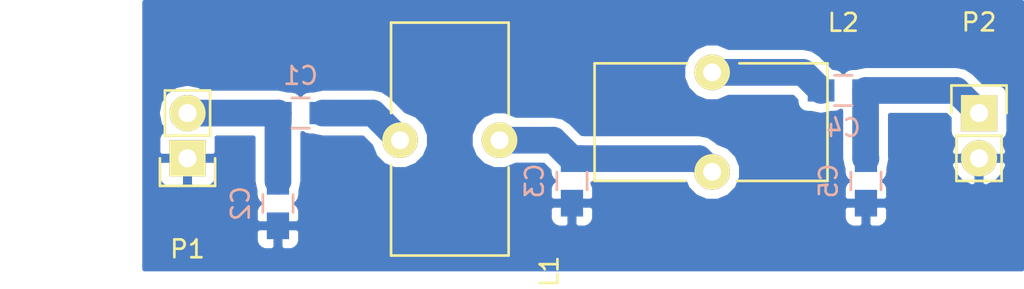
<source format=kicad_pcb>
(kicad_pcb (version 4) (host pcbnew 4.0.2+e4-6225~38~ubuntu15.10.1-stable)

  (general
    (links 12)
    (no_connects 0)
    (area 109.970239 93.98 167.640001 110.375952)
    (thickness 1.6)
    (drawings 0)
    (tracks 15)
    (zones 0)
    (modules 9)
    (nets 7)
  )

  (page A4)
  (layers
    (0 F.Cu signal)
    (31 B.Cu signal)
    (32 B.Adhes user)
    (33 F.Adhes user)
    (34 B.Paste user)
    (35 F.Paste user)
    (36 B.SilkS user)
    (37 F.SilkS user)
    (38 B.Mask user)
    (39 F.Mask user)
    (40 Dwgs.User user)
    (41 Cmts.User user)
    (42 Eco1.User user)
    (43 Eco2.User user)
    (44 Edge.Cuts user)
    (45 Margin user)
    (46 B.CrtYd user)
    (47 F.CrtYd user)
    (48 B.Fab user)
    (49 F.Fab user)
  )

  (setup
    (last_trace_width 1.5)
    (user_trace_width 0.5)
    (user_trace_width 1)
    (user_trace_width 1.5)
    (trace_clearance 0.2)
    (zone_clearance 0.508)
    (zone_45_only no)
    (trace_min 0.2)
    (segment_width 0.2)
    (edge_width 0.15)
    (via_size 0.6)
    (via_drill 0.4)
    (via_min_size 0.4)
    (via_min_drill 0.3)
    (uvia_size 0.3)
    (uvia_drill 0.1)
    (uvias_allowed no)
    (uvia_min_size 0.2)
    (uvia_min_drill 0.1)
    (pcb_text_width 0.3)
    (pcb_text_size 1.5 1.5)
    (mod_edge_width 0.15)
    (mod_text_size 1 1)
    (mod_text_width 0.15)
    (pad_size 1.524 1.524)
    (pad_drill 0.762)
    (pad_to_mask_clearance 0.2)
    (aux_axis_origin 0 0)
    (visible_elements FFFFFF7F)
    (pcbplotparams
      (layerselection 0x00030_80000001)
      (usegerberextensions false)
      (excludeedgelayer true)
      (linewidth 0.100000)
      (plotframeref false)
      (viasonmask false)
      (mode 1)
      (useauxorigin false)
      (hpglpennumber 1)
      (hpglpenspeed 20)
      (hpglpendiameter 15)
      (hpglpenoverlay 2)
      (psnegative false)
      (psa4output false)
      (plotreference true)
      (plotvalue true)
      (plotinvisibletext false)
      (padsonsilk false)
      (subtractmaskfromsilk false)
      (outputformat 1)
      (mirror false)
      (drillshape 1)
      (scaleselection 1)
      (outputdirectory ""))
  )

  (net 0 "")
  (net 1 "Net-(C1-Pad1)")
  (net 2 "Net-(C1-Pad2)")
  (net 3 GND)
  (net 4 "Net-(C3-Pad1)")
  (net 5 "Net-(C4-Pad1)")
  (net 6 "Net-(C4-Pad2)")

  (net_class Default "This is the default net class."
    (clearance 0.2)
    (trace_width 0.25)
    (via_dia 0.6)
    (via_drill 0.4)
    (uvia_dia 0.3)
    (uvia_drill 0.1)
    (add_net GND)
    (add_net "Net-(C1-Pad1)")
    (add_net "Net-(C1-Pad2)")
    (add_net "Net-(C3-Pad1)")
    (add_net "Net-(C4-Pad1)")
    (add_net "Net-(C4-Pad2)")
  )

  (module Capacitors_SMD:C_0805_HandSoldering (layer B.Cu) (tedit 541A9B8D) (tstamp 57A7E8BF)
    (at 127 100.33 180)
    (descr "Capacitor SMD 0805, hand soldering")
    (tags "capacitor 0805")
    (path /57A7DE46)
    (attr smd)
    (fp_text reference C1 (at 0 2.1 180) (layer B.SilkS)
      (effects (font (size 1 1) (thickness 0.15)) (justify mirror))
    )
    (fp_text value 220P (at 0 -2.1 180) (layer B.Fab)
      (effects (font (size 1 1) (thickness 0.15)) (justify mirror))
    )
    (fp_line (start -2.3 1) (end 2.3 1) (layer B.CrtYd) (width 0.05))
    (fp_line (start -2.3 -1) (end 2.3 -1) (layer B.CrtYd) (width 0.05))
    (fp_line (start -2.3 1) (end -2.3 -1) (layer B.CrtYd) (width 0.05))
    (fp_line (start 2.3 1) (end 2.3 -1) (layer B.CrtYd) (width 0.05))
    (fp_line (start 0.5 0.85) (end -0.5 0.85) (layer B.SilkS) (width 0.15))
    (fp_line (start -0.5 -0.85) (end 0.5 -0.85) (layer B.SilkS) (width 0.15))
    (pad 1 smd rect (at -1.25 0 180) (size 1.5 1.25) (layers B.Cu B.Paste B.Mask)
      (net 1 "Net-(C1-Pad1)"))
    (pad 2 smd rect (at 1.25 0 180) (size 1.5 1.25) (layers B.Cu B.Paste B.Mask)
      (net 2 "Net-(C1-Pad2)"))
    (model Capacitors_SMD.3dshapes/C_0805_HandSoldering.wrl
      (at (xyz 0 0 0))
      (scale (xyz 1 1 1))
      (rotate (xyz 0 0 0))
    )
  )

  (module Capacitors_SMD:C_0805_HandSoldering (layer B.Cu) (tedit 541A9B8D) (tstamp 57A7E8C5)
    (at 125.73 105.41 270)
    (descr "Capacitor SMD 0805, hand soldering")
    (tags "capacitor 0805")
    (path /57A7DF21)
    (attr smd)
    (fp_text reference C2 (at 0 2.1 270) (layer B.SilkS)
      (effects (font (size 1 1) (thickness 0.15)) (justify mirror))
    )
    (fp_text value 680P (at 0 -2.1 270) (layer B.Fab)
      (effects (font (size 1 1) (thickness 0.15)) (justify mirror))
    )
    (fp_line (start -2.3 1) (end 2.3 1) (layer B.CrtYd) (width 0.05))
    (fp_line (start -2.3 -1) (end 2.3 -1) (layer B.CrtYd) (width 0.05))
    (fp_line (start -2.3 1) (end -2.3 -1) (layer B.CrtYd) (width 0.05))
    (fp_line (start 2.3 1) (end 2.3 -1) (layer B.CrtYd) (width 0.05))
    (fp_line (start 0.5 0.85) (end -0.5 0.85) (layer B.SilkS) (width 0.15))
    (fp_line (start -0.5 -0.85) (end 0.5 -0.85) (layer B.SilkS) (width 0.15))
    (pad 1 smd rect (at -1.25 0 270) (size 1.5 1.25) (layers B.Cu B.Paste B.Mask)
      (net 2 "Net-(C1-Pad2)"))
    (pad 2 smd rect (at 1.25 0 270) (size 1.5 1.25) (layers B.Cu B.Paste B.Mask)
      (net 3 GND))
    (model Capacitors_SMD.3dshapes/C_0805_HandSoldering.wrl
      (at (xyz 0 0 0))
      (scale (xyz 1 1 1))
      (rotate (xyz 0 0 0))
    )
  )

  (module Capacitors_SMD:C_0805_HandSoldering (layer B.Cu) (tedit 541A9B8D) (tstamp 57A7E8CB)
    (at 142.24 104.14 270)
    (descr "Capacitor SMD 0805, hand soldering")
    (tags "capacitor 0805")
    (path /57A7E033)
    (attr smd)
    (fp_text reference C3 (at 0 2.1 270) (layer B.SilkS)
      (effects (font (size 1 1) (thickness 0.15)) (justify mirror))
    )
    (fp_text value 1500P (at 0 -2.1 270) (layer B.Fab)
      (effects (font (size 1 1) (thickness 0.15)) (justify mirror))
    )
    (fp_line (start -2.3 1) (end 2.3 1) (layer B.CrtYd) (width 0.05))
    (fp_line (start -2.3 -1) (end 2.3 -1) (layer B.CrtYd) (width 0.05))
    (fp_line (start -2.3 1) (end -2.3 -1) (layer B.CrtYd) (width 0.05))
    (fp_line (start 2.3 1) (end 2.3 -1) (layer B.CrtYd) (width 0.05))
    (fp_line (start 0.5 0.85) (end -0.5 0.85) (layer B.SilkS) (width 0.15))
    (fp_line (start -0.5 -0.85) (end 0.5 -0.85) (layer B.SilkS) (width 0.15))
    (pad 1 smd rect (at -1.25 0 270) (size 1.5 1.25) (layers B.Cu B.Paste B.Mask)
      (net 4 "Net-(C3-Pad1)"))
    (pad 2 smd rect (at 1.25 0 270) (size 1.5 1.25) (layers B.Cu B.Paste B.Mask)
      (net 3 GND))
    (model Capacitors_SMD.3dshapes/C_0805_HandSoldering.wrl
      (at (xyz 0 0 0))
      (scale (xyz 1 1 1))
      (rotate (xyz 0 0 0))
    )
  )

  (module Capacitors_SMD:C_0805_HandSoldering (layer B.Cu) (tedit 541A9B8D) (tstamp 57A7E8D1)
    (at 157.48 99.06)
    (descr "Capacitor SMD 0805, hand soldering")
    (tags "capacitor 0805")
    (path /57A7E096)
    (attr smd)
    (fp_text reference C4 (at 0 2.1) (layer B.SilkS)
      (effects (font (size 1 1) (thickness 0.15)) (justify mirror))
    )
    (fp_text value 220P (at 0 -2.1) (layer B.Fab)
      (effects (font (size 1 1) (thickness 0.15)) (justify mirror))
    )
    (fp_line (start -2.3 1) (end 2.3 1) (layer B.CrtYd) (width 0.05))
    (fp_line (start -2.3 -1) (end 2.3 -1) (layer B.CrtYd) (width 0.05))
    (fp_line (start -2.3 1) (end -2.3 -1) (layer B.CrtYd) (width 0.05))
    (fp_line (start 2.3 1) (end 2.3 -1) (layer B.CrtYd) (width 0.05))
    (fp_line (start 0.5 0.85) (end -0.5 0.85) (layer B.SilkS) (width 0.15))
    (fp_line (start -0.5 -0.85) (end 0.5 -0.85) (layer B.SilkS) (width 0.15))
    (pad 1 smd rect (at -1.25 0) (size 1.5 1.25) (layers B.Cu B.Paste B.Mask)
      (net 5 "Net-(C4-Pad1)"))
    (pad 2 smd rect (at 1.25 0) (size 1.5 1.25) (layers B.Cu B.Paste B.Mask)
      (net 6 "Net-(C4-Pad2)"))
    (model Capacitors_SMD.3dshapes/C_0805_HandSoldering.wrl
      (at (xyz 0 0 0))
      (scale (xyz 1 1 1))
      (rotate (xyz 0 0 0))
    )
  )

  (module Capacitors_SMD:C_0805_HandSoldering (layer B.Cu) (tedit 541A9B8D) (tstamp 57A7E8D7)
    (at 158.75 104.14 270)
    (descr "Capacitor SMD 0805, hand soldering")
    (tags "capacitor 0805")
    (path /57A7E126)
    (attr smd)
    (fp_text reference C5 (at 0 2.1 270) (layer B.SilkS)
      (effects (font (size 1 1) (thickness 0.15)) (justify mirror))
    )
    (fp_text value 680P (at 0 -2.1 270) (layer B.Fab)
      (effects (font (size 1 1) (thickness 0.15)) (justify mirror))
    )
    (fp_line (start -2.3 1) (end 2.3 1) (layer B.CrtYd) (width 0.05))
    (fp_line (start -2.3 -1) (end 2.3 -1) (layer B.CrtYd) (width 0.05))
    (fp_line (start -2.3 1) (end -2.3 -1) (layer B.CrtYd) (width 0.05))
    (fp_line (start 2.3 1) (end 2.3 -1) (layer B.CrtYd) (width 0.05))
    (fp_line (start 0.5 0.85) (end -0.5 0.85) (layer B.SilkS) (width 0.15))
    (fp_line (start -0.5 -0.85) (end 0.5 -0.85) (layer B.SilkS) (width 0.15))
    (pad 1 smd rect (at -1.25 0 270) (size 1.5 1.25) (layers B.Cu B.Paste B.Mask)
      (net 6 "Net-(C4-Pad2)"))
    (pad 2 smd rect (at 1.25 0 270) (size 1.5 1.25) (layers B.Cu B.Paste B.Mask)
      (net 3 GND))
    (model Capacitors_SMD.3dshapes/C_0805_HandSoldering.wrl
      (at (xyz 0 0 0))
      (scale (xyz 1 1 1))
      (rotate (xyz 0 0 0))
    )
  )

  (module Choke_Toroid_ThroughHole:Choke_Toroid_6,5x13mm_Vertical (layer F.Cu) (tedit 0) (tstamp 57A7E8DD)
    (at 132.08 95.25 270)
    (descr "Toroid, Coil, Choke,  6,5mm x 13mm, Vertical, Inductor, Drossel, Thruhole,")
    (tags "Toroid, Coil, Choke,  6,5mm x 13mm, Vertical, Inductor, Drossel, Thruhole,")
    (path /57A7DF55)
    (fp_text reference L1 (at 13.97 -8.89 270) (layer F.SilkS)
      (effects (font (size 1 1) (thickness 0.15)))
    )
    (fp_text value 768N (at 5.08 2.54 270) (layer F.Fab)
      (effects (font (size 1 1) (thickness 0.15)))
    )
    (fp_line (start 0 -6.604) (end 5.207 -6.604) (layer F.SilkS) (width 0.15))
    (fp_line (start 13.081 -6.604) (end 8.128 -6.604) (layer F.SilkS) (width 0.15))
    (fp_line (start 0 0) (end 5.08 0) (layer F.SilkS) (width 0.15))
    (fp_line (start 13.081 0) (end 8.001 0) (layer F.SilkS) (width 0.15))
    (fp_line (start 13.081 0) (end 13.081 -6.604) (layer F.SilkS) (width 0.15))
    (fp_line (start 0 -6.604) (end 0 0) (layer F.SilkS) (width 0.15))
    (pad 1 thru_hole circle (at 6.604 -0.508 270) (size 1.99898 1.99898) (drill 1.00076) (layers *.Cu *.Mask F.SilkS)
      (net 1 "Net-(C1-Pad1)"))
    (pad 2 thru_hole circle (at 6.604 -6.096 270) (size 1.99898 1.99898) (drill 1.00076) (layers *.Cu *.Mask F.SilkS)
      (net 4 "Net-(C3-Pad1)"))
  )

  (module Choke_Toroid_ThroughHole:Choke_Toroid_6,5x13mm_Vertical (layer F.Cu) (tedit 0) (tstamp 57A7E8E3)
    (at 143.51 104.14)
    (descr "Toroid, Coil, Choke,  6,5mm x 13mm, Vertical, Inductor, Drossel, Thruhole,")
    (tags "Toroid, Coil, Choke,  6,5mm x 13mm, Vertical, Inductor, Drossel, Thruhole,")
    (path /57A7DFDB)
    (fp_text reference L2 (at 13.97 -8.89) (layer F.SilkS)
      (effects (font (size 1 1) (thickness 0.15)))
    )
    (fp_text value 768N (at 5.08 2.54) (layer F.Fab)
      (effects (font (size 1 1) (thickness 0.15)))
    )
    (fp_line (start 0 -6.604) (end 5.207 -6.604) (layer F.SilkS) (width 0.15))
    (fp_line (start 13.081 -6.604) (end 8.128 -6.604) (layer F.SilkS) (width 0.15))
    (fp_line (start 0 0) (end 5.08 0) (layer F.SilkS) (width 0.15))
    (fp_line (start 13.081 0) (end 8.001 0) (layer F.SilkS) (width 0.15))
    (fp_line (start 13.081 0) (end 13.081 -6.604) (layer F.SilkS) (width 0.15))
    (fp_line (start 0 -6.604) (end 0 0) (layer F.SilkS) (width 0.15))
    (pad 1 thru_hole circle (at 6.604 -0.508) (size 1.99898 1.99898) (drill 1.00076) (layers *.Cu *.Mask F.SilkS)
      (net 4 "Net-(C3-Pad1)"))
    (pad 2 thru_hole circle (at 6.604 -6.096) (size 1.99898 1.99898) (drill 1.00076) (layers *.Cu *.Mask F.SilkS)
      (net 5 "Net-(C4-Pad1)"))
  )

  (module Pin_Headers:Pin_Header_Straight_1x02 (layer F.Cu) (tedit 54EA090C) (tstamp 57A7E8E9)
    (at 120.65 102.87 180)
    (descr "Through hole pin header")
    (tags "pin header")
    (path /57A7DA4F)
    (fp_text reference P1 (at 0 -5.1 180) (layer F.SilkS)
      (effects (font (size 1 1) (thickness 0.15)))
    )
    (fp_text value "RASPI Sig=Pin7, GND=Pin9" (at 0 -3.1 180) (layer F.Fab)
      (effects (font (size 1 1) (thickness 0.15)))
    )
    (fp_line (start 1.27 1.27) (end 1.27 3.81) (layer F.SilkS) (width 0.15))
    (fp_line (start 1.55 -1.55) (end 1.55 0) (layer F.SilkS) (width 0.15))
    (fp_line (start -1.75 -1.75) (end -1.75 4.3) (layer F.CrtYd) (width 0.05))
    (fp_line (start 1.75 -1.75) (end 1.75 4.3) (layer F.CrtYd) (width 0.05))
    (fp_line (start -1.75 -1.75) (end 1.75 -1.75) (layer F.CrtYd) (width 0.05))
    (fp_line (start -1.75 4.3) (end 1.75 4.3) (layer F.CrtYd) (width 0.05))
    (fp_line (start 1.27 1.27) (end -1.27 1.27) (layer F.SilkS) (width 0.15))
    (fp_line (start -1.55 0) (end -1.55 -1.55) (layer F.SilkS) (width 0.15))
    (fp_line (start -1.55 -1.55) (end 1.55 -1.55) (layer F.SilkS) (width 0.15))
    (fp_line (start -1.27 1.27) (end -1.27 3.81) (layer F.SilkS) (width 0.15))
    (fp_line (start -1.27 3.81) (end 1.27 3.81) (layer F.SilkS) (width 0.15))
    (pad 1 thru_hole rect (at 0 0 180) (size 2.032 2.032) (drill 1.016) (layers *.Cu *.Mask F.SilkS)
      (net 3 GND))
    (pad 2 thru_hole oval (at 0 2.54 180) (size 2.032 2.032) (drill 1.016) (layers *.Cu *.Mask F.SilkS)
      (net 2 "Net-(C1-Pad2)"))
    (model Pin_Headers.3dshapes/Pin_Header_Straight_1x02.wrl
      (at (xyz 0 -0.05 0))
      (scale (xyz 1 1 1))
      (rotate (xyz 0 0 90))
    )
  )

  (module Pin_Headers:Pin_Header_Straight_1x02 (layer F.Cu) (tedit 54EA090C) (tstamp 57A7E8EF)
    (at 165.1 100.33)
    (descr "Through hole pin header")
    (tags "pin header")
    (path /57A7DADB)
    (fp_text reference P2 (at 0 -5.1) (layer F.SilkS)
      (effects (font (size 1 1) (thickness 0.15)))
    )
    (fp_text value ANT (at 0 -3.1) (layer F.Fab)
      (effects (font (size 1 1) (thickness 0.15)))
    )
    (fp_line (start 1.27 1.27) (end 1.27 3.81) (layer F.SilkS) (width 0.15))
    (fp_line (start 1.55 -1.55) (end 1.55 0) (layer F.SilkS) (width 0.15))
    (fp_line (start -1.75 -1.75) (end -1.75 4.3) (layer F.CrtYd) (width 0.05))
    (fp_line (start 1.75 -1.75) (end 1.75 4.3) (layer F.CrtYd) (width 0.05))
    (fp_line (start -1.75 -1.75) (end 1.75 -1.75) (layer F.CrtYd) (width 0.05))
    (fp_line (start -1.75 4.3) (end 1.75 4.3) (layer F.CrtYd) (width 0.05))
    (fp_line (start 1.27 1.27) (end -1.27 1.27) (layer F.SilkS) (width 0.15))
    (fp_line (start -1.55 0) (end -1.55 -1.55) (layer F.SilkS) (width 0.15))
    (fp_line (start -1.55 -1.55) (end 1.55 -1.55) (layer F.SilkS) (width 0.15))
    (fp_line (start -1.27 1.27) (end -1.27 3.81) (layer F.SilkS) (width 0.15))
    (fp_line (start -1.27 3.81) (end 1.27 3.81) (layer F.SilkS) (width 0.15))
    (pad 1 thru_hole rect (at 0 0) (size 2.032 2.032) (drill 1.016) (layers *.Cu *.Mask F.SilkS)
      (net 6 "Net-(C4-Pad2)"))
    (pad 2 thru_hole oval (at 0 2.54) (size 2.032 2.032) (drill 1.016) (layers *.Cu *.Mask F.SilkS)
      (net 3 GND))
    (model Pin_Headers.3dshapes/Pin_Header_Straight_1x02.wrl
      (at (xyz 0 -0.05 0))
      (scale (xyz 1 1 1))
      (rotate (xyz 0 0 90))
    )
  )

  (segment (start 128.25 100.33) (end 131.064 100.33) (width 1.5) (layer B.Cu) (net 1) (status 400000))
  (segment (start 131.064 100.33) (end 132.588 101.854) (width 1.5) (layer B.Cu) (net 1) (tstamp 57A7E9AD) (status 800000))
  (segment (start 125.73 104.16) (end 125.73 100.35) (width 1.5) (layer B.Cu) (net 2) (status C00000))
  (segment (start 125.73 100.35) (end 125.75 100.33) (width 1.5) (layer B.Cu) (net 2) (tstamp 57A7E9AA) (status C00000))
  (segment (start 120.65 100.33) (end 125.75 100.33) (width 1.5) (layer B.Cu) (net 2))
  (segment (start 142.24 102.89) (end 149.372 102.89) (width 1.5) (layer B.Cu) (net 4) (status 400000))
  (segment (start 149.372 102.89) (end 150.114 103.632) (width 1.5) (layer B.Cu) (net 4) (tstamp 57A7E9B3) (status 800000))
  (segment (start 138.176 101.854) (end 141.204 101.854) (width 1.5) (layer B.Cu) (net 4) (status 400000))
  (segment (start 141.204 101.854) (end 142.24 102.89) (width 1.5) (layer B.Cu) (net 4) (tstamp 57A7E9B0) (status 800000))
  (segment (start 150.114 98.044) (end 155.214 98.044) (width 1.5) (layer B.Cu) (net 5) (status 400000))
  (segment (start 155.214 98.044) (end 156.23 99.06) (width 1.5) (layer B.Cu) (net 5) (tstamp 57A7E9B6) (status 800000))
  (segment (start 158.73 99.06) (end 163.83 99.06) (width 1.5) (layer B.Cu) (net 6) (status 400000))
  (segment (start 163.83 99.06) (end 165.1 100.33) (width 1.5) (layer B.Cu) (net 6) (tstamp 57A7E9BC) (status 800000))
  (segment (start 158.73 99.06) (end 158.73 102.87) (width 1.5) (layer B.Cu) (net 6) (status C00000))
  (segment (start 158.73 102.87) (end 158.75 102.89) (width 1.5) (layer B.Cu) (net 6) (tstamp 57A7E9B9) (status C00000))

  (zone (net 3) (net_name GND) (layer B.Cu) (tstamp 57A7E9DA) (hatch edge 0.508)
    (connect_pads (clearance 0.508))
    (min_thickness 0.254)
    (fill yes (arc_segments 16) (thermal_gap 0.508) (thermal_bridge_width 0.508))
    (polygon
      (pts
        (xy 167.64 109.22) (xy 118.11 109.22) (xy 118.11 93.98) (xy 167.64 93.98) (xy 167.64 109.22)
      )
    )
    (filled_polygon
      (pts
        (xy 167.513 109.093) (xy 118.237 109.093) (xy 118.237 106.94575) (xy 124.47 106.94575) (xy 124.47 107.536309)
        (xy 124.566673 107.769698) (xy 124.745301 107.948327) (xy 124.97869 108.045) (xy 125.44425 108.045) (xy 125.603 107.88625)
        (xy 125.603 106.787) (xy 125.857 106.787) (xy 125.857 107.88625) (xy 126.01575 108.045) (xy 126.48131 108.045)
        (xy 126.714699 107.948327) (xy 126.893327 107.769698) (xy 126.99 107.536309) (xy 126.99 106.94575) (xy 126.83125 106.787)
        (xy 125.857 106.787) (xy 125.603 106.787) (xy 124.62875 106.787) (xy 124.47 106.94575) (xy 118.237 106.94575)
        (xy 118.237 103.15575) (xy 118.999 103.15575) (xy 118.999 104.01231) (xy 119.095673 104.245699) (xy 119.274302 104.424327)
        (xy 119.507691 104.521) (xy 120.36425 104.521) (xy 120.523 104.36225) (xy 120.523 102.997) (xy 120.777 102.997)
        (xy 120.777 104.36225) (xy 120.93575 104.521) (xy 121.792309 104.521) (xy 122.025698 104.424327) (xy 122.204327 104.245699)
        (xy 122.301 104.01231) (xy 122.301 103.15575) (xy 122.14225 102.997) (xy 120.777 102.997) (xy 120.523 102.997)
        (xy 119.15775 102.997) (xy 118.999 103.15575) (xy 118.237 103.15575) (xy 118.237 100.33) (xy 118.966655 100.33)
        (xy 119.09233 100.96181) (xy 119.316966 101.298001) (xy 119.274302 101.315673) (xy 119.095673 101.494301) (xy 118.999 101.72769)
        (xy 118.999 102.58425) (xy 119.15775 102.743) (xy 120.523 102.743) (xy 120.523 102.723) (xy 120.777 102.723)
        (xy 120.777 102.743) (xy 122.14225 102.743) (xy 122.301 102.58425) (xy 122.301 101.72769) (xy 122.295744 101.715)
        (xy 124.345 101.715) (xy 124.345 104.16) (xy 124.450427 104.690017) (xy 124.45756 104.700692) (xy 124.45756 104.91)
        (xy 124.501838 105.145317) (xy 124.64091 105.361441) (xy 124.709006 105.407969) (xy 124.566673 105.550302) (xy 124.47 105.783691)
        (xy 124.47 106.37425) (xy 124.62875 106.533) (xy 125.603 106.533) (xy 125.603 106.513) (xy 125.857 106.513)
        (xy 125.857 106.533) (xy 126.83125 106.533) (xy 126.99 106.37425) (xy 126.99 105.783691) (xy 126.94529 105.67575)
        (xy 140.98 105.67575) (xy 140.98 106.266309) (xy 141.076673 106.499698) (xy 141.255301 106.678327) (xy 141.48869 106.775)
        (xy 141.95425 106.775) (xy 142.113 106.61625) (xy 142.113 105.517) (xy 142.367 105.517) (xy 142.367 106.61625)
        (xy 142.52575 106.775) (xy 142.99131 106.775) (xy 143.224699 106.678327) (xy 143.403327 106.499698) (xy 143.5 106.266309)
        (xy 143.5 105.67575) (xy 157.49 105.67575) (xy 157.49 106.266309) (xy 157.586673 106.499698) (xy 157.765301 106.678327)
        (xy 157.99869 106.775) (xy 158.46425 106.775) (xy 158.623 106.61625) (xy 158.623 105.517) (xy 158.877 105.517)
        (xy 158.877 106.61625) (xy 159.03575 106.775) (xy 159.50131 106.775) (xy 159.734699 106.678327) (xy 159.913327 106.499698)
        (xy 160.01 106.266309) (xy 160.01 105.67575) (xy 159.85125 105.517) (xy 158.877 105.517) (xy 158.623 105.517)
        (xy 157.64875 105.517) (xy 157.49 105.67575) (xy 143.5 105.67575) (xy 143.34125 105.517) (xy 142.367 105.517)
        (xy 142.113 105.517) (xy 141.13875 105.517) (xy 140.98 105.67575) (xy 126.94529 105.67575) (xy 126.893327 105.550302)
        (xy 126.75209 105.409064) (xy 126.806441 105.37409) (xy 126.951431 105.16189) (xy 127.00244 104.91) (xy 127.00244 104.700692)
        (xy 127.009573 104.690017) (xy 127.115 104.16) (xy 127.115 101.460481) (xy 127.24811 101.551431) (xy 127.5 101.60244)
        (xy 127.709308 101.60244) (xy 127.719983 101.609573) (xy 128.25 101.715) (xy 130.490314 101.715) (xy 130.95338 102.178066)
        (xy 131.201538 102.778655) (xy 131.660927 103.238846) (xy 132.261453 103.488206) (xy 132.911694 103.488774) (xy 133.512655 103.240462)
        (xy 133.972846 102.781073) (xy 134.222206 102.180547) (xy 134.222208 102.177694) (xy 136.541226 102.177694) (xy 136.789538 102.778655)
        (xy 137.248927 103.238846) (xy 137.849453 103.488206) (xy 138.499694 103.488774) (xy 139.100655 103.240462) (xy 139.10212 103.239)
        (xy 140.630314 103.239) (xy 140.96756 103.576246) (xy 140.96756 103.64) (xy 141.011838 103.875317) (xy 141.15091 104.091441)
        (xy 141.219006 104.137969) (xy 141.076673 104.280302) (xy 140.98 104.513691) (xy 140.98 105.10425) (xy 141.13875 105.263)
        (xy 142.113 105.263) (xy 142.113 105.243) (xy 142.367 105.243) (xy 142.367 105.263) (xy 143.34125 105.263)
        (xy 143.5 105.10425) (xy 143.5 104.513691) (xy 143.403327 104.280302) (xy 143.398025 104.275) (xy 148.611161 104.275)
        (xy 148.727538 104.556655) (xy 149.186927 105.016846) (xy 149.787453 105.266206) (xy 150.437694 105.266774) (xy 151.038655 105.018462)
        (xy 151.498846 104.559073) (xy 151.748206 103.958547) (xy 151.748774 103.308306) (xy 151.500462 102.707345) (xy 151.041073 102.247154)
        (xy 150.440547 101.997794) (xy 150.438478 101.997792) (xy 150.351343 101.910657) (xy 150.26655 101.854) (xy 149.902017 101.610427)
        (xy 149.372 101.505) (xy 142.926431 101.505) (xy 142.865 101.49256) (xy 142.801246 101.49256) (xy 142.183343 100.874657)
        (xy 142.161431 100.860016) (xy 141.734017 100.574427) (xy 141.204 100.469) (xy 139.102702 100.469) (xy 138.502547 100.219794)
        (xy 137.852306 100.219226) (xy 137.251345 100.467538) (xy 136.791154 100.926927) (xy 136.541794 101.527453) (xy 136.541226 102.177694)
        (xy 134.222208 102.177694) (xy 134.222774 101.530306) (xy 133.974462 100.929345) (xy 133.515073 100.469154) (xy 132.914547 100.219794)
        (xy 132.912478 100.219792) (xy 132.043343 99.350657) (xy 131.988482 99.314) (xy 131.594017 99.050427) (xy 131.064 98.945)
        (xy 128.25 98.945) (xy 127.719983 99.050427) (xy 127.709308 99.05756) (xy 127.5 99.05756) (xy 127.264683 99.101838)
        (xy 127.048559 99.24091) (xy 127.000866 99.310711) (xy 126.96409 99.253559) (xy 126.75189 99.108569) (xy 126.5 99.05756)
        (xy 126.290692 99.05756) (xy 126.280017 99.050427) (xy 125.75 98.945) (xy 121.524166 98.945) (xy 121.314155 98.804675)
        (xy 120.682345 98.679) (xy 120.617655 98.679) (xy 119.985845 98.804675) (xy 119.450222 99.162567) (xy 119.09233 99.69819)
        (xy 118.966655 100.33) (xy 118.237 100.33) (xy 118.237 98.367694) (xy 148.479226 98.367694) (xy 148.727538 98.968655)
        (xy 149.186927 99.428846) (xy 149.787453 99.678206) (xy 150.437694 99.678774) (xy 151.038655 99.430462) (xy 151.04012 99.429)
        (xy 154.640314 99.429) (xy 154.83256 99.621246) (xy 154.83256 99.685) (xy 154.876838 99.920317) (xy 155.01591 100.136441)
        (xy 155.22811 100.281431) (xy 155.48 100.33244) (xy 155.689309 100.33244) (xy 155.699984 100.339573) (xy 156.23 100.445)
        (xy 156.760016 100.339573) (xy 156.770691 100.33244) (xy 156.98 100.33244) (xy 157.215317 100.288162) (xy 157.345 100.204713)
        (xy 157.345 102.87) (xy 157.450427 103.400017) (xy 157.47756 103.440624) (xy 157.47756 103.64) (xy 157.521838 103.875317)
        (xy 157.66091 104.091441) (xy 157.729006 104.137969) (xy 157.586673 104.280302) (xy 157.49 104.513691) (xy 157.49 105.10425)
        (xy 157.64875 105.263) (xy 158.623 105.263) (xy 158.623 105.243) (xy 158.877 105.243) (xy 158.877 105.263)
        (xy 159.85125 105.263) (xy 160.01 105.10425) (xy 160.01 104.513691) (xy 159.913327 104.280302) (xy 159.77209 104.139064)
        (xy 159.826441 104.10409) (xy 159.971431 103.89189) (xy 160.02244 103.64) (xy 160.02244 103.430691) (xy 160.029573 103.420016)
        (xy 160.062805 103.252944) (xy 163.494025 103.252944) (xy 163.693615 103.734818) (xy 164.131621 104.207188) (xy 164.717054 104.475983)
        (xy 164.973 104.357367) (xy 164.973 102.997) (xy 165.227 102.997) (xy 165.227 104.357367) (xy 165.482946 104.475983)
        (xy 166.068379 104.207188) (xy 166.506385 103.734818) (xy 166.705975 103.252944) (xy 166.586836 102.997) (xy 165.227 102.997)
        (xy 164.973 102.997) (xy 163.613164 102.997) (xy 163.494025 103.252944) (xy 160.062805 103.252944) (xy 160.135 102.89)
        (xy 160.115 102.789453) (xy 160.115 100.445) (xy 163.256314 100.445) (xy 163.43656 100.625246) (xy 163.43656 101.346)
        (xy 163.480838 101.581317) (xy 163.61991 101.797441) (xy 163.782948 101.90884) (xy 163.693615 102.005182) (xy 163.494025 102.487056)
        (xy 163.613164 102.743) (xy 164.973 102.743) (xy 164.973 102.723) (xy 165.227 102.723) (xy 165.227 102.743)
        (xy 166.586836 102.743) (xy 166.705975 102.487056) (xy 166.506385 102.005182) (xy 166.415903 101.907602) (xy 166.567441 101.81009)
        (xy 166.712431 101.59789) (xy 166.76344 101.346) (xy 166.76344 99.314) (xy 166.719162 99.078683) (xy 166.58009 98.862559)
        (xy 166.36789 98.717569) (xy 166.116 98.66656) (xy 165.395246 98.66656) (xy 164.809343 98.080657) (xy 164.754482 98.044)
        (xy 164.360017 97.780427) (xy 163.83 97.675) (xy 158.73 97.675) (xy 158.199983 97.780427) (xy 158.189308 97.78756)
        (xy 157.98 97.78756) (xy 157.744683 97.831838) (xy 157.528559 97.97091) (xy 157.480866 98.040711) (xy 157.44409 97.983559)
        (xy 157.23189 97.838569) (xy 156.98 97.78756) (xy 156.916246 97.78756) (xy 156.193343 97.064657) (xy 155.744017 96.764427)
        (xy 155.214 96.659) (xy 151.040702 96.659) (xy 150.440547 96.409794) (xy 149.790306 96.409226) (xy 149.189345 96.657538)
        (xy 148.729154 97.116927) (xy 148.479794 97.717453) (xy 148.479226 98.367694) (xy 118.237 98.367694) (xy 118.237 94.107)
        (xy 167.513 94.107)
      )
    )
  )
)

</source>
